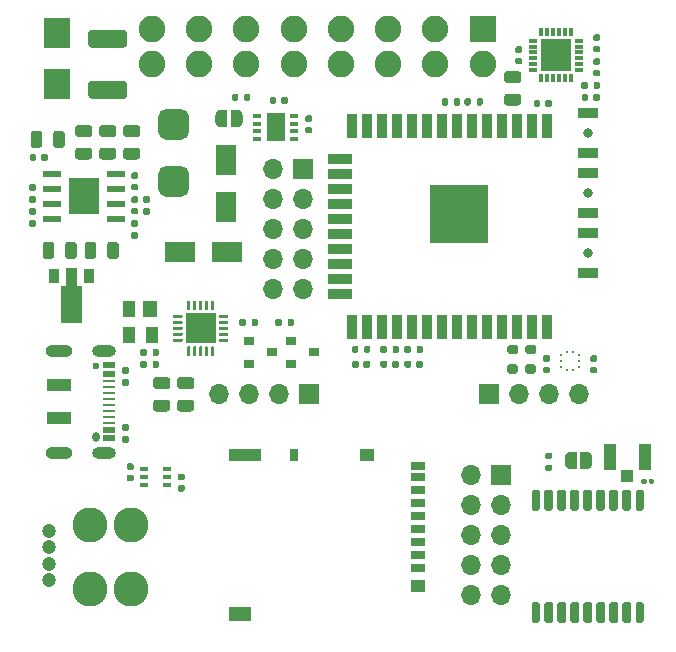
<source format=gts>
G04 #@! TF.GenerationSoftware,KiCad,Pcbnew,5.1.10*
G04 #@! TF.CreationDate,2021-05-11T19:26:58+02:00*
G04 #@! TF.ProjectId,obd32,6f626433-322e-46b6-9963-61645f706362,rev?*
G04 #@! TF.SameCoordinates,Original*
G04 #@! TF.FileFunction,Soldermask,Top*
G04 #@! TF.FilePolarity,Negative*
%FSLAX46Y46*%
G04 Gerber Fmt 4.6, Leading zero omitted, Abs format (unit mm)*
G04 Created by KiCad (PCBNEW 5.1.10) date 2021-05-11 19:26:58*
%MOMM*%
%LPD*%
G01*
G04 APERTURE LIST*
%ADD10R,2.500000X2.500000*%
%ADD11R,1.900000X1.300000*%
%ADD12R,2.800000X1.000000*%
%ADD13R,0.800000X1.000000*%
%ADD14R,1.200000X1.000000*%
%ADD15R,1.200000X0.700000*%
%ADD16C,2.250000*%
%ADD17R,2.250000X2.250000*%
%ADD18R,2.600000X3.100000*%
%ADD19R,1.550000X0.600000*%
%ADD20C,0.100000*%
%ADD21R,0.900000X1.300000*%
%ADD22R,0.900000X0.800000*%
%ADD23O,1.700000X1.700000*%
%ADD24R,1.700000X1.700000*%
%ADD25R,2.500000X1.800000*%
%ADD26R,1.800000X2.500000*%
%ADD27R,2.300000X2.500000*%
%ADD28R,2.000000X1.000000*%
%ADD29O,2.300000X1.000000*%
%ADD30O,0.600000X0.850000*%
%ADD31C,0.600000*%
%ADD32O,2.000000X1.000000*%
%ADD33R,1.000000X0.270000*%
%ADD34R,1.000000X0.520000*%
%ADD35R,1.000000X1.400000*%
%ADD36R,1.200000X1.400000*%
%ADD37R,0.254000X0.279400*%
%ADD38R,0.279400X0.254000*%
%ADD39R,1.041400X1.092200*%
%ADD40R,1.041400X2.260600*%
%ADD41R,0.900000X2.000000*%
%ADD42R,2.000000X0.900000*%
%ADD43R,5.000000X5.000000*%
%ADD44C,0.800000*%
%ADD45R,1.700000X0.900000*%
%ADD46C,2.970000*%
%ADD47C,1.200000*%
%ADD48R,0.650000X0.400000*%
%ADD49R,2.650000X2.750000*%
%ADD50R,0.800000X0.300000*%
%ADD51R,0.300000X0.800000*%
%ADD52R,1.550000X2.400000*%
%ADD53R,0.650000X0.350000*%
G04 APERTURE END LIST*
D10*
X211836000Y-88392000D03*
G36*
G01*
X213423500Y-87267000D02*
X214123500Y-87267000D01*
G75*
G02*
X214186000Y-87329500I0J-62500D01*
G01*
X214186000Y-87454500D01*
G75*
G02*
X214123500Y-87517000I-62500J0D01*
G01*
X213423500Y-87517000D01*
G75*
G02*
X213361000Y-87454500I0J62500D01*
G01*
X213361000Y-87329500D01*
G75*
G02*
X213423500Y-87267000I62500J0D01*
G01*
G37*
G36*
G01*
X213423500Y-87767000D02*
X214123500Y-87767000D01*
G75*
G02*
X214186000Y-87829500I0J-62500D01*
G01*
X214186000Y-87954500D01*
G75*
G02*
X214123500Y-88017000I-62500J0D01*
G01*
X213423500Y-88017000D01*
G75*
G02*
X213361000Y-87954500I0J62500D01*
G01*
X213361000Y-87829500D01*
G75*
G02*
X213423500Y-87767000I62500J0D01*
G01*
G37*
G36*
G01*
X213423500Y-88267000D02*
X214123500Y-88267000D01*
G75*
G02*
X214186000Y-88329500I0J-62500D01*
G01*
X214186000Y-88454500D01*
G75*
G02*
X214123500Y-88517000I-62500J0D01*
G01*
X213423500Y-88517000D01*
G75*
G02*
X213361000Y-88454500I0J62500D01*
G01*
X213361000Y-88329500D01*
G75*
G02*
X213423500Y-88267000I62500J0D01*
G01*
G37*
G36*
G01*
X213423500Y-88767000D02*
X214123500Y-88767000D01*
G75*
G02*
X214186000Y-88829500I0J-62500D01*
G01*
X214186000Y-88954500D01*
G75*
G02*
X214123500Y-89017000I-62500J0D01*
G01*
X213423500Y-89017000D01*
G75*
G02*
X213361000Y-88954500I0J62500D01*
G01*
X213361000Y-88829500D01*
G75*
G02*
X213423500Y-88767000I62500J0D01*
G01*
G37*
G36*
G01*
X213423500Y-89267000D02*
X214123500Y-89267000D01*
G75*
G02*
X214186000Y-89329500I0J-62500D01*
G01*
X214186000Y-89454500D01*
G75*
G02*
X214123500Y-89517000I-62500J0D01*
G01*
X213423500Y-89517000D01*
G75*
G02*
X213361000Y-89454500I0J62500D01*
G01*
X213361000Y-89329500D01*
G75*
G02*
X213423500Y-89267000I62500J0D01*
G01*
G37*
G36*
G01*
X212773500Y-89917000D02*
X212898500Y-89917000D01*
G75*
G02*
X212961000Y-89979500I0J-62500D01*
G01*
X212961000Y-90679500D01*
G75*
G02*
X212898500Y-90742000I-62500J0D01*
G01*
X212773500Y-90742000D01*
G75*
G02*
X212711000Y-90679500I0J62500D01*
G01*
X212711000Y-89979500D01*
G75*
G02*
X212773500Y-89917000I62500J0D01*
G01*
G37*
G36*
G01*
X212273500Y-89917000D02*
X212398500Y-89917000D01*
G75*
G02*
X212461000Y-89979500I0J-62500D01*
G01*
X212461000Y-90679500D01*
G75*
G02*
X212398500Y-90742000I-62500J0D01*
G01*
X212273500Y-90742000D01*
G75*
G02*
X212211000Y-90679500I0J62500D01*
G01*
X212211000Y-89979500D01*
G75*
G02*
X212273500Y-89917000I62500J0D01*
G01*
G37*
G36*
G01*
X211773500Y-89917000D02*
X211898500Y-89917000D01*
G75*
G02*
X211961000Y-89979500I0J-62500D01*
G01*
X211961000Y-90679500D01*
G75*
G02*
X211898500Y-90742000I-62500J0D01*
G01*
X211773500Y-90742000D01*
G75*
G02*
X211711000Y-90679500I0J62500D01*
G01*
X211711000Y-89979500D01*
G75*
G02*
X211773500Y-89917000I62500J0D01*
G01*
G37*
G36*
G01*
X211273500Y-89917000D02*
X211398500Y-89917000D01*
G75*
G02*
X211461000Y-89979500I0J-62500D01*
G01*
X211461000Y-90679500D01*
G75*
G02*
X211398500Y-90742000I-62500J0D01*
G01*
X211273500Y-90742000D01*
G75*
G02*
X211211000Y-90679500I0J62500D01*
G01*
X211211000Y-89979500D01*
G75*
G02*
X211273500Y-89917000I62500J0D01*
G01*
G37*
G36*
G01*
X210773500Y-89917000D02*
X210898500Y-89917000D01*
G75*
G02*
X210961000Y-89979500I0J-62500D01*
G01*
X210961000Y-90679500D01*
G75*
G02*
X210898500Y-90742000I-62500J0D01*
G01*
X210773500Y-90742000D01*
G75*
G02*
X210711000Y-90679500I0J62500D01*
G01*
X210711000Y-89979500D01*
G75*
G02*
X210773500Y-89917000I62500J0D01*
G01*
G37*
G36*
G01*
X209548500Y-89267000D02*
X210248500Y-89267000D01*
G75*
G02*
X210311000Y-89329500I0J-62500D01*
G01*
X210311000Y-89454500D01*
G75*
G02*
X210248500Y-89517000I-62500J0D01*
G01*
X209548500Y-89517000D01*
G75*
G02*
X209486000Y-89454500I0J62500D01*
G01*
X209486000Y-89329500D01*
G75*
G02*
X209548500Y-89267000I62500J0D01*
G01*
G37*
G36*
G01*
X209548500Y-88767000D02*
X210248500Y-88767000D01*
G75*
G02*
X210311000Y-88829500I0J-62500D01*
G01*
X210311000Y-88954500D01*
G75*
G02*
X210248500Y-89017000I-62500J0D01*
G01*
X209548500Y-89017000D01*
G75*
G02*
X209486000Y-88954500I0J62500D01*
G01*
X209486000Y-88829500D01*
G75*
G02*
X209548500Y-88767000I62500J0D01*
G01*
G37*
G36*
G01*
X209548500Y-88267000D02*
X210248500Y-88267000D01*
G75*
G02*
X210311000Y-88329500I0J-62500D01*
G01*
X210311000Y-88454500D01*
G75*
G02*
X210248500Y-88517000I-62500J0D01*
G01*
X209548500Y-88517000D01*
G75*
G02*
X209486000Y-88454500I0J62500D01*
G01*
X209486000Y-88329500D01*
G75*
G02*
X209548500Y-88267000I62500J0D01*
G01*
G37*
G36*
G01*
X209548500Y-87767000D02*
X210248500Y-87767000D01*
G75*
G02*
X210311000Y-87829500I0J-62500D01*
G01*
X210311000Y-87954500D01*
G75*
G02*
X210248500Y-88017000I-62500J0D01*
G01*
X209548500Y-88017000D01*
G75*
G02*
X209486000Y-87954500I0J62500D01*
G01*
X209486000Y-87829500D01*
G75*
G02*
X209548500Y-87767000I62500J0D01*
G01*
G37*
G36*
G01*
X209548500Y-87267000D02*
X210248500Y-87267000D01*
G75*
G02*
X210311000Y-87329500I0J-62500D01*
G01*
X210311000Y-87454500D01*
G75*
G02*
X210248500Y-87517000I-62500J0D01*
G01*
X209548500Y-87517000D01*
G75*
G02*
X209486000Y-87454500I0J62500D01*
G01*
X209486000Y-87329500D01*
G75*
G02*
X209548500Y-87267000I62500J0D01*
G01*
G37*
G36*
G01*
X210773500Y-86042000D02*
X210898500Y-86042000D01*
G75*
G02*
X210961000Y-86104500I0J-62500D01*
G01*
X210961000Y-86804500D01*
G75*
G02*
X210898500Y-86867000I-62500J0D01*
G01*
X210773500Y-86867000D01*
G75*
G02*
X210711000Y-86804500I0J62500D01*
G01*
X210711000Y-86104500D01*
G75*
G02*
X210773500Y-86042000I62500J0D01*
G01*
G37*
G36*
G01*
X211273500Y-86042000D02*
X211398500Y-86042000D01*
G75*
G02*
X211461000Y-86104500I0J-62500D01*
G01*
X211461000Y-86804500D01*
G75*
G02*
X211398500Y-86867000I-62500J0D01*
G01*
X211273500Y-86867000D01*
G75*
G02*
X211211000Y-86804500I0J62500D01*
G01*
X211211000Y-86104500D01*
G75*
G02*
X211273500Y-86042000I62500J0D01*
G01*
G37*
G36*
G01*
X211773500Y-86042000D02*
X211898500Y-86042000D01*
G75*
G02*
X211961000Y-86104500I0J-62500D01*
G01*
X211961000Y-86804500D01*
G75*
G02*
X211898500Y-86867000I-62500J0D01*
G01*
X211773500Y-86867000D01*
G75*
G02*
X211711000Y-86804500I0J62500D01*
G01*
X211711000Y-86104500D01*
G75*
G02*
X211773500Y-86042000I62500J0D01*
G01*
G37*
G36*
G01*
X212273500Y-86042000D02*
X212398500Y-86042000D01*
G75*
G02*
X212461000Y-86104500I0J-62500D01*
G01*
X212461000Y-86804500D01*
G75*
G02*
X212398500Y-86867000I-62500J0D01*
G01*
X212273500Y-86867000D01*
G75*
G02*
X212211000Y-86804500I0J62500D01*
G01*
X212211000Y-86104500D01*
G75*
G02*
X212273500Y-86042000I62500J0D01*
G01*
G37*
G36*
G01*
X212773500Y-86042000D02*
X212898500Y-86042000D01*
G75*
G02*
X212961000Y-86104500I0J-62500D01*
G01*
X212961000Y-86804500D01*
G75*
G02*
X212898500Y-86867000I-62500J0D01*
G01*
X212773500Y-86867000D01*
G75*
G02*
X212711000Y-86804500I0J62500D01*
G01*
X212711000Y-86104500D01*
G75*
G02*
X212773500Y-86042000I62500J0D01*
G01*
G37*
G36*
G01*
X205362000Y-64615000D02*
X202562000Y-64615000D01*
G75*
G02*
X202312000Y-64365000I0J250000D01*
G01*
X202312000Y-63390000D01*
G75*
G02*
X202562000Y-63140000I250000J0D01*
G01*
X205362000Y-63140000D01*
G75*
G02*
X205612000Y-63390000I0J-250000D01*
G01*
X205612000Y-64365000D01*
G75*
G02*
X205362000Y-64615000I-250000J0D01*
G01*
G37*
G36*
G01*
X205362000Y-68940000D02*
X202562000Y-68940000D01*
G75*
G02*
X202312000Y-68690000I0J250000D01*
G01*
X202312000Y-67715000D01*
G75*
G02*
X202562000Y-67465000I250000J0D01*
G01*
X205362000Y-67465000D01*
G75*
G02*
X205612000Y-67715000I0J-250000D01*
G01*
X205612000Y-68690000D01*
G75*
G02*
X205362000Y-68940000I-250000J0D01*
G01*
G37*
D11*
X215129000Y-112593000D03*
D12*
X215579000Y-99093000D03*
D13*
X219729000Y-99093000D03*
D14*
X225929000Y-99093000D03*
X230229000Y-110243000D03*
D15*
X230229000Y-102093000D03*
X230229000Y-103193000D03*
X230229000Y-104293000D03*
X230229000Y-105393000D03*
X230229000Y-106493000D03*
X230229000Y-107593000D03*
X230229000Y-108693000D03*
X230229000Y-100993000D03*
X230229000Y-100043000D03*
D16*
X207710000Y-66040000D03*
X211710000Y-66040000D03*
X215710000Y-66040000D03*
X219710000Y-66040000D03*
X223710000Y-66040000D03*
X227710000Y-66040000D03*
X231710000Y-66040000D03*
X235710000Y-66040000D03*
X207710000Y-63040000D03*
X211710000Y-63040000D03*
X215710000Y-63040000D03*
X219710000Y-63040000D03*
X223710000Y-63040000D03*
X227710000Y-63040000D03*
X231710000Y-63040000D03*
D17*
X235710000Y-63040000D03*
G36*
G01*
X208900000Y-74646000D02*
X210200000Y-74646000D01*
G75*
G02*
X210850000Y-75296000I0J-650000D01*
G01*
X210850000Y-76596000D01*
G75*
G02*
X210200000Y-77246000I-650000J0D01*
G01*
X208900000Y-77246000D01*
G75*
G02*
X208250000Y-76596000I0J650000D01*
G01*
X208250000Y-75296000D01*
G75*
G02*
X208900000Y-74646000I650000J0D01*
G01*
G37*
G36*
G01*
X208900000Y-69820000D02*
X210200000Y-69820000D01*
G75*
G02*
X210850000Y-70470000I0J-650000D01*
G01*
X210850000Y-71770000D01*
G75*
G02*
X210200000Y-72420000I-650000J0D01*
G01*
X208900000Y-72420000D01*
G75*
G02*
X208250000Y-71770000I0J650000D01*
G01*
X208250000Y-70470000D01*
G75*
G02*
X208900000Y-69820000I650000J0D01*
G01*
G37*
G36*
G01*
X206418000Y-75746000D02*
X206078000Y-75746000D01*
G75*
G02*
X205938000Y-75606000I0J140000D01*
G01*
X205938000Y-75326000D01*
G75*
G02*
X206078000Y-75186000I140000J0D01*
G01*
X206418000Y-75186000D01*
G75*
G02*
X206558000Y-75326000I0J-140000D01*
G01*
X206558000Y-75606000D01*
G75*
G02*
X206418000Y-75746000I-140000J0D01*
G01*
G37*
G36*
G01*
X206418000Y-76706000D02*
X206078000Y-76706000D01*
G75*
G02*
X205938000Y-76566000I0J140000D01*
G01*
X205938000Y-76286000D01*
G75*
G02*
X206078000Y-76146000I140000J0D01*
G01*
X206418000Y-76146000D01*
G75*
G02*
X206558000Y-76286000I0J-140000D01*
G01*
X206558000Y-76566000D01*
G75*
G02*
X206418000Y-76706000I-140000J0D01*
G01*
G37*
D18*
X201930000Y-77216000D03*
D19*
X204630000Y-75311000D03*
X204630000Y-76581000D03*
X204630000Y-77851000D03*
X204630000Y-79121000D03*
X199230000Y-79121000D03*
X199230000Y-77851000D03*
X199230000Y-76581000D03*
X199230000Y-75311000D03*
D20*
G36*
X200047500Y-87898000D02*
G01*
X200047500Y-84773000D01*
X200464000Y-84773000D01*
X200464000Y-83298000D01*
X201364000Y-83298000D01*
X201364000Y-84773000D01*
X201780500Y-84773000D01*
X201780500Y-87898000D01*
X200047500Y-87898000D01*
G37*
D21*
X199414000Y-83948000D03*
X202414000Y-83948000D03*
G36*
G01*
X218708000Y-87699000D02*
X218708000Y-88069000D01*
G75*
G02*
X218573000Y-88204000I-135000J0D01*
G01*
X218303000Y-88204000D01*
G75*
G02*
X218168000Y-88069000I0J135000D01*
G01*
X218168000Y-87699000D01*
G75*
G02*
X218303000Y-87564000I135000J0D01*
G01*
X218573000Y-87564000D01*
G75*
G02*
X218708000Y-87699000I0J-135000D01*
G01*
G37*
G36*
G01*
X219728000Y-87699000D02*
X219728000Y-88069000D01*
G75*
G02*
X219593000Y-88204000I-135000J0D01*
G01*
X219323000Y-88204000D01*
G75*
G02*
X219188000Y-88069000I0J135000D01*
G01*
X219188000Y-87699000D01*
G75*
G02*
X219323000Y-87564000I135000J0D01*
G01*
X219593000Y-87564000D01*
G75*
G02*
X219728000Y-87699000I0J-135000D01*
G01*
G37*
G36*
G01*
X216140000Y-88069000D02*
X216140000Y-87699000D01*
G75*
G02*
X216275000Y-87564000I135000J0D01*
G01*
X216545000Y-87564000D01*
G75*
G02*
X216680000Y-87699000I0J-135000D01*
G01*
X216680000Y-88069000D01*
G75*
G02*
X216545000Y-88204000I-135000J0D01*
G01*
X216275000Y-88204000D01*
G75*
G02*
X216140000Y-88069000I0J135000D01*
G01*
G37*
G36*
G01*
X215120000Y-88069000D02*
X215120000Y-87699000D01*
G75*
G02*
X215255000Y-87564000I135000J0D01*
G01*
X215525000Y-87564000D01*
G75*
G02*
X215660000Y-87699000I0J-135000D01*
G01*
X215660000Y-88069000D01*
G75*
G02*
X215525000Y-88204000I-135000J0D01*
G01*
X215255000Y-88204000D01*
G75*
G02*
X215120000Y-88069000I0J135000D01*
G01*
G37*
G36*
G01*
X206433000Y-79770000D02*
X206063000Y-79770000D01*
G75*
G02*
X205928000Y-79635000I0J135000D01*
G01*
X205928000Y-79365000D01*
G75*
G02*
X206063000Y-79230000I135000J0D01*
G01*
X206433000Y-79230000D01*
G75*
G02*
X206568000Y-79365000I0J-135000D01*
G01*
X206568000Y-79635000D01*
G75*
G02*
X206433000Y-79770000I-135000J0D01*
G01*
G37*
G36*
G01*
X206433000Y-80790000D02*
X206063000Y-80790000D01*
G75*
G02*
X205928000Y-80655000I0J135000D01*
G01*
X205928000Y-80385000D01*
G75*
G02*
X206063000Y-80250000I135000J0D01*
G01*
X206433000Y-80250000D01*
G75*
G02*
X206568000Y-80385000I0J-135000D01*
G01*
X206568000Y-80655000D01*
G75*
G02*
X206433000Y-80790000I-135000J0D01*
G01*
G37*
G36*
G01*
X207449000Y-77738000D02*
X207079000Y-77738000D01*
G75*
G02*
X206944000Y-77603000I0J135000D01*
G01*
X206944000Y-77333000D01*
G75*
G02*
X207079000Y-77198000I135000J0D01*
G01*
X207449000Y-77198000D01*
G75*
G02*
X207584000Y-77333000I0J-135000D01*
G01*
X207584000Y-77603000D01*
G75*
G02*
X207449000Y-77738000I-135000J0D01*
G01*
G37*
G36*
G01*
X207449000Y-78758000D02*
X207079000Y-78758000D01*
G75*
G02*
X206944000Y-78623000I0J135000D01*
G01*
X206944000Y-78353000D01*
G75*
G02*
X207079000Y-78218000I135000J0D01*
G01*
X207449000Y-78218000D01*
G75*
G02*
X207584000Y-78353000I0J-135000D01*
G01*
X207584000Y-78623000D01*
G75*
G02*
X207449000Y-78758000I-135000J0D01*
G01*
G37*
G36*
G01*
X197427000Y-79234000D02*
X197797000Y-79234000D01*
G75*
G02*
X197932000Y-79369000I0J-135000D01*
G01*
X197932000Y-79639000D01*
G75*
G02*
X197797000Y-79774000I-135000J0D01*
G01*
X197427000Y-79774000D01*
G75*
G02*
X197292000Y-79639000I0J135000D01*
G01*
X197292000Y-79369000D01*
G75*
G02*
X197427000Y-79234000I135000J0D01*
G01*
G37*
G36*
G01*
X197427000Y-78214000D02*
X197797000Y-78214000D01*
G75*
G02*
X197932000Y-78349000I0J-135000D01*
G01*
X197932000Y-78619000D01*
G75*
G02*
X197797000Y-78754000I-135000J0D01*
G01*
X197427000Y-78754000D01*
G75*
G02*
X197292000Y-78619000I0J135000D01*
G01*
X197292000Y-78349000D01*
G75*
G02*
X197427000Y-78214000I135000J0D01*
G01*
G37*
G36*
G01*
X197797000Y-76722000D02*
X197427000Y-76722000D01*
G75*
G02*
X197292000Y-76587000I0J135000D01*
G01*
X197292000Y-76317000D01*
G75*
G02*
X197427000Y-76182000I135000J0D01*
G01*
X197797000Y-76182000D01*
G75*
G02*
X197932000Y-76317000I0J-135000D01*
G01*
X197932000Y-76587000D01*
G75*
G02*
X197797000Y-76722000I-135000J0D01*
G01*
G37*
G36*
G01*
X197797000Y-77742000D02*
X197427000Y-77742000D01*
G75*
G02*
X197292000Y-77607000I0J135000D01*
G01*
X197292000Y-77337000D01*
G75*
G02*
X197427000Y-77202000I135000J0D01*
G01*
X197797000Y-77202000D01*
G75*
G02*
X197932000Y-77337000I0J-135000D01*
G01*
X197932000Y-77607000D01*
G75*
G02*
X197797000Y-77742000I-135000J0D01*
G01*
G37*
D22*
X221472000Y-90424000D03*
X219472000Y-91374000D03*
X219472000Y-89474000D03*
X217916000Y-90424000D03*
X215916000Y-91374000D03*
X215916000Y-89474000D03*
D23*
X213360000Y-93980000D03*
X215900000Y-93980000D03*
X218440000Y-93980000D03*
D24*
X220980000Y-93980000D03*
D23*
X243840000Y-93980000D03*
X241300000Y-93980000D03*
X238760000Y-93980000D03*
D24*
X236220000Y-93980000D03*
D25*
X210090000Y-81915000D03*
X214090000Y-81915000D03*
D26*
X213995000Y-74105000D03*
X213995000Y-78105000D03*
D27*
X199644000Y-63382000D03*
X199644000Y-67682000D03*
G36*
G01*
X205519000Y-73094000D02*
X206469000Y-73094000D01*
G75*
G02*
X206719000Y-73344000I0J-250000D01*
G01*
X206719000Y-73844000D01*
G75*
G02*
X206469000Y-74094000I-250000J0D01*
G01*
X205519000Y-74094000D01*
G75*
G02*
X205269000Y-73844000I0J250000D01*
G01*
X205269000Y-73344000D01*
G75*
G02*
X205519000Y-73094000I250000J0D01*
G01*
G37*
G36*
G01*
X205519000Y-71194000D02*
X206469000Y-71194000D01*
G75*
G02*
X206719000Y-71444000I0J-250000D01*
G01*
X206719000Y-71944000D01*
G75*
G02*
X206469000Y-72194000I-250000J0D01*
G01*
X205519000Y-72194000D01*
G75*
G02*
X205269000Y-71944000I0J250000D01*
G01*
X205269000Y-71444000D01*
G75*
G02*
X205519000Y-71194000I250000J0D01*
G01*
G37*
G36*
G01*
X203487000Y-73094000D02*
X204437000Y-73094000D01*
G75*
G02*
X204687000Y-73344000I0J-250000D01*
G01*
X204687000Y-73844000D01*
G75*
G02*
X204437000Y-74094000I-250000J0D01*
G01*
X203487000Y-74094000D01*
G75*
G02*
X203237000Y-73844000I0J250000D01*
G01*
X203237000Y-73344000D01*
G75*
G02*
X203487000Y-73094000I250000J0D01*
G01*
G37*
G36*
G01*
X203487000Y-71194000D02*
X204437000Y-71194000D01*
G75*
G02*
X204687000Y-71444000I0J-250000D01*
G01*
X204687000Y-71944000D01*
G75*
G02*
X204437000Y-72194000I-250000J0D01*
G01*
X203487000Y-72194000D01*
G75*
G02*
X203237000Y-71944000I0J250000D01*
G01*
X203237000Y-71444000D01*
G75*
G02*
X203487000Y-71194000I250000J0D01*
G01*
G37*
G36*
G01*
X201455000Y-73094000D02*
X202405000Y-73094000D01*
G75*
G02*
X202655000Y-73344000I0J-250000D01*
G01*
X202655000Y-73844000D01*
G75*
G02*
X202405000Y-74094000I-250000J0D01*
G01*
X201455000Y-74094000D01*
G75*
G02*
X201205000Y-73844000I0J250000D01*
G01*
X201205000Y-73344000D01*
G75*
G02*
X201455000Y-73094000I250000J0D01*
G01*
G37*
G36*
G01*
X201455000Y-71194000D02*
X202405000Y-71194000D01*
G75*
G02*
X202655000Y-71444000I0J-250000D01*
G01*
X202655000Y-71944000D01*
G75*
G02*
X202405000Y-72194000I-250000J0D01*
G01*
X201455000Y-72194000D01*
G75*
G02*
X201205000Y-71944000I0J250000D01*
G01*
X201205000Y-71444000D01*
G75*
G02*
X201455000Y-71194000I250000J0D01*
G01*
G37*
G36*
G01*
X206078000Y-78178000D02*
X206418000Y-78178000D01*
G75*
G02*
X206558000Y-78318000I0J-140000D01*
G01*
X206558000Y-78598000D01*
G75*
G02*
X206418000Y-78738000I-140000J0D01*
G01*
X206078000Y-78738000D01*
G75*
G02*
X205938000Y-78598000I0J140000D01*
G01*
X205938000Y-78318000D01*
G75*
G02*
X206078000Y-78178000I140000J0D01*
G01*
G37*
G36*
G01*
X206078000Y-77218000D02*
X206418000Y-77218000D01*
G75*
G02*
X206558000Y-77358000I0J-140000D01*
G01*
X206558000Y-77638000D01*
G75*
G02*
X206418000Y-77778000I-140000J0D01*
G01*
X206078000Y-77778000D01*
G75*
G02*
X205938000Y-77638000I0J140000D01*
G01*
X205938000Y-77358000D01*
G75*
G02*
X206078000Y-77218000I140000J0D01*
G01*
G37*
G36*
G01*
X198320000Y-74084000D02*
X198320000Y-73744000D01*
G75*
G02*
X198460000Y-73604000I140000J0D01*
G01*
X198740000Y-73604000D01*
G75*
G02*
X198880000Y-73744000I0J-140000D01*
G01*
X198880000Y-74084000D01*
G75*
G02*
X198740000Y-74224000I-140000J0D01*
G01*
X198460000Y-74224000D01*
G75*
G02*
X198320000Y-74084000I0J140000D01*
G01*
G37*
G36*
G01*
X197360000Y-74084000D02*
X197360000Y-73744000D01*
G75*
G02*
X197500000Y-73604000I140000J0D01*
G01*
X197780000Y-73604000D01*
G75*
G02*
X197920000Y-73744000I0J-140000D01*
G01*
X197920000Y-74084000D01*
G75*
G02*
X197780000Y-74224000I-140000J0D01*
G01*
X197500000Y-74224000D01*
G75*
G02*
X197360000Y-74084000I0J140000D01*
G01*
G37*
G36*
G01*
X199332000Y-72865000D02*
X199332000Y-71915000D01*
G75*
G02*
X199582000Y-71665000I250000J0D01*
G01*
X200082000Y-71665000D01*
G75*
G02*
X200332000Y-71915000I0J-250000D01*
G01*
X200332000Y-72865000D01*
G75*
G02*
X200082000Y-73115000I-250000J0D01*
G01*
X199582000Y-73115000D01*
G75*
G02*
X199332000Y-72865000I0J250000D01*
G01*
G37*
G36*
G01*
X197432000Y-72865000D02*
X197432000Y-71915000D01*
G75*
G02*
X197682000Y-71665000I250000J0D01*
G01*
X198182000Y-71665000D01*
G75*
G02*
X198432000Y-71915000I0J-250000D01*
G01*
X198432000Y-72865000D01*
G75*
G02*
X198182000Y-73115000I-250000J0D01*
G01*
X197682000Y-73115000D01*
G75*
G02*
X197432000Y-72865000I0J250000D01*
G01*
G37*
G36*
G01*
X203004000Y-81313000D02*
X203004000Y-82263000D01*
G75*
G02*
X202754000Y-82513000I-250000J0D01*
G01*
X202254000Y-82513000D01*
G75*
G02*
X202004000Y-82263000I0J250000D01*
G01*
X202004000Y-81313000D01*
G75*
G02*
X202254000Y-81063000I250000J0D01*
G01*
X202754000Y-81063000D01*
G75*
G02*
X203004000Y-81313000I0J-250000D01*
G01*
G37*
G36*
G01*
X204904000Y-81313000D02*
X204904000Y-82263000D01*
G75*
G02*
X204654000Y-82513000I-250000J0D01*
G01*
X204154000Y-82513000D01*
G75*
G02*
X203904000Y-82263000I0J250000D01*
G01*
X203904000Y-81313000D01*
G75*
G02*
X204154000Y-81063000I250000J0D01*
G01*
X204654000Y-81063000D01*
G75*
G02*
X204904000Y-81313000I0J-250000D01*
G01*
G37*
G36*
G01*
X200348000Y-82263000D02*
X200348000Y-81313000D01*
G75*
G02*
X200598000Y-81063000I250000J0D01*
G01*
X201098000Y-81063000D01*
G75*
G02*
X201348000Y-81313000I0J-250000D01*
G01*
X201348000Y-82263000D01*
G75*
G02*
X201098000Y-82513000I-250000J0D01*
G01*
X200598000Y-82513000D01*
G75*
G02*
X200348000Y-82263000I0J250000D01*
G01*
G37*
G36*
G01*
X198448000Y-82263000D02*
X198448000Y-81313000D01*
G75*
G02*
X198698000Y-81063000I250000J0D01*
G01*
X199198000Y-81063000D01*
G75*
G02*
X199448000Y-81313000I0J-250000D01*
G01*
X199448000Y-82263000D01*
G75*
G02*
X199198000Y-82513000I-250000J0D01*
G01*
X198698000Y-82513000D01*
G75*
G02*
X198448000Y-82263000I0J250000D01*
G01*
G37*
G36*
G01*
X208059000Y-94430000D02*
X209009000Y-94430000D01*
G75*
G02*
X209259000Y-94680000I0J-250000D01*
G01*
X209259000Y-95180000D01*
G75*
G02*
X209009000Y-95430000I-250000J0D01*
G01*
X208059000Y-95430000D01*
G75*
G02*
X207809000Y-95180000I0J250000D01*
G01*
X207809000Y-94680000D01*
G75*
G02*
X208059000Y-94430000I250000J0D01*
G01*
G37*
G36*
G01*
X208059000Y-92530000D02*
X209009000Y-92530000D01*
G75*
G02*
X209259000Y-92780000I0J-250000D01*
G01*
X209259000Y-93280000D01*
G75*
G02*
X209009000Y-93530000I-250000J0D01*
G01*
X208059000Y-93530000D01*
G75*
G02*
X207809000Y-93280000I0J250000D01*
G01*
X207809000Y-92780000D01*
G75*
G02*
X208059000Y-92530000I250000J0D01*
G01*
G37*
G36*
G01*
X211041000Y-93530000D02*
X210091000Y-93530000D01*
G75*
G02*
X209841000Y-93280000I0J250000D01*
G01*
X209841000Y-92780000D01*
G75*
G02*
X210091000Y-92530000I250000J0D01*
G01*
X211041000Y-92530000D01*
G75*
G02*
X211291000Y-92780000I0J-250000D01*
G01*
X211291000Y-93280000D01*
G75*
G02*
X211041000Y-93530000I-250000J0D01*
G01*
G37*
G36*
G01*
X211041000Y-95430000D02*
X210091000Y-95430000D01*
G75*
G02*
X209841000Y-95180000I0J250000D01*
G01*
X209841000Y-94680000D01*
G75*
G02*
X210091000Y-94430000I250000J0D01*
G01*
X211041000Y-94430000D01*
G75*
G02*
X211291000Y-94680000I0J-250000D01*
G01*
X211291000Y-95180000D01*
G75*
G02*
X211041000Y-95430000I-250000J0D01*
G01*
G37*
G36*
G01*
X240051000Y-90570500D02*
X239501000Y-90570500D01*
G75*
G02*
X239301000Y-90370500I0J200000D01*
G01*
X239301000Y-89970500D01*
G75*
G02*
X239501000Y-89770500I200000J0D01*
G01*
X240051000Y-89770500D01*
G75*
G02*
X240251000Y-89970500I0J-200000D01*
G01*
X240251000Y-90370500D01*
G75*
G02*
X240051000Y-90570500I-200000J0D01*
G01*
G37*
G36*
G01*
X240051000Y-92220500D02*
X239501000Y-92220500D01*
G75*
G02*
X239301000Y-92020500I0J200000D01*
G01*
X239301000Y-91620500D01*
G75*
G02*
X239501000Y-91420500I200000J0D01*
G01*
X240051000Y-91420500D01*
G75*
G02*
X240251000Y-91620500I0J-200000D01*
G01*
X240251000Y-92020500D01*
G75*
G02*
X240051000Y-92220500I-200000J0D01*
G01*
G37*
G36*
G01*
X237977000Y-91420500D02*
X238527000Y-91420500D01*
G75*
G02*
X238727000Y-91620500I0J-200000D01*
G01*
X238727000Y-92020500D01*
G75*
G02*
X238527000Y-92220500I-200000J0D01*
G01*
X237977000Y-92220500D01*
G75*
G02*
X237777000Y-92020500I0J200000D01*
G01*
X237777000Y-91620500D01*
G75*
G02*
X237977000Y-91420500I200000J0D01*
G01*
G37*
G36*
G01*
X237977000Y-89770500D02*
X238527000Y-89770500D01*
G75*
G02*
X238727000Y-89970500I0J-200000D01*
G01*
X238727000Y-90370500D01*
G75*
G02*
X238527000Y-90570500I-200000J0D01*
G01*
X237977000Y-90570500D01*
G75*
G02*
X237777000Y-90370500I0J200000D01*
G01*
X237777000Y-89970500D01*
G75*
G02*
X237977000Y-89770500I200000J0D01*
G01*
G37*
G36*
G01*
X207758000Y-90609000D02*
X207758000Y-90239000D01*
G75*
G02*
X207893000Y-90104000I135000J0D01*
G01*
X208163000Y-90104000D01*
G75*
G02*
X208298000Y-90239000I0J-135000D01*
G01*
X208298000Y-90609000D01*
G75*
G02*
X208163000Y-90744000I-135000J0D01*
G01*
X207893000Y-90744000D01*
G75*
G02*
X207758000Y-90609000I0J135000D01*
G01*
G37*
G36*
G01*
X206738000Y-90609000D02*
X206738000Y-90239000D01*
G75*
G02*
X206873000Y-90104000I135000J0D01*
G01*
X207143000Y-90104000D01*
G75*
G02*
X207278000Y-90239000I0J-135000D01*
G01*
X207278000Y-90609000D01*
G75*
G02*
X207143000Y-90744000I-135000J0D01*
G01*
X206873000Y-90744000D01*
G75*
G02*
X206738000Y-90609000I0J135000D01*
G01*
G37*
G36*
G01*
X207758000Y-91625000D02*
X207758000Y-91255000D01*
G75*
G02*
X207893000Y-91120000I135000J0D01*
G01*
X208163000Y-91120000D01*
G75*
G02*
X208298000Y-91255000I0J-135000D01*
G01*
X208298000Y-91625000D01*
G75*
G02*
X208163000Y-91760000I-135000J0D01*
G01*
X207893000Y-91760000D01*
G75*
G02*
X207758000Y-91625000I0J135000D01*
G01*
G37*
G36*
G01*
X206738000Y-91625000D02*
X206738000Y-91255000D01*
G75*
G02*
X206873000Y-91120000I135000J0D01*
G01*
X207143000Y-91120000D01*
G75*
G02*
X207278000Y-91255000I0J-135000D01*
G01*
X207278000Y-91625000D01*
G75*
G02*
X207143000Y-91760000I-135000J0D01*
G01*
X206873000Y-91760000D01*
G75*
G02*
X206738000Y-91625000I0J135000D01*
G01*
G37*
G36*
G01*
X205301000Y-97522000D02*
X205671000Y-97522000D01*
G75*
G02*
X205806000Y-97657000I0J-135000D01*
G01*
X205806000Y-97927000D01*
G75*
G02*
X205671000Y-98062000I-135000J0D01*
G01*
X205301000Y-98062000D01*
G75*
G02*
X205166000Y-97927000I0J135000D01*
G01*
X205166000Y-97657000D01*
G75*
G02*
X205301000Y-97522000I135000J0D01*
G01*
G37*
G36*
G01*
X205301000Y-96502000D02*
X205671000Y-96502000D01*
G75*
G02*
X205806000Y-96637000I0J-135000D01*
G01*
X205806000Y-96907000D01*
G75*
G02*
X205671000Y-97042000I-135000J0D01*
G01*
X205301000Y-97042000D01*
G75*
G02*
X205166000Y-96907000I0J135000D01*
G01*
X205166000Y-96637000D01*
G75*
G02*
X205301000Y-96502000I135000J0D01*
G01*
G37*
G36*
G01*
X205301000Y-92696000D02*
X205671000Y-92696000D01*
G75*
G02*
X205806000Y-92831000I0J-135000D01*
G01*
X205806000Y-93101000D01*
G75*
G02*
X205671000Y-93236000I-135000J0D01*
G01*
X205301000Y-93236000D01*
G75*
G02*
X205166000Y-93101000I0J135000D01*
G01*
X205166000Y-92831000D01*
G75*
G02*
X205301000Y-92696000I135000J0D01*
G01*
G37*
G36*
G01*
X205301000Y-91676000D02*
X205671000Y-91676000D01*
G75*
G02*
X205806000Y-91811000I0J-135000D01*
G01*
X205806000Y-92081000D01*
G75*
G02*
X205671000Y-92216000I-135000J0D01*
G01*
X205301000Y-92216000D01*
G75*
G02*
X205166000Y-92081000I0J135000D01*
G01*
X205166000Y-91811000D01*
G75*
G02*
X205301000Y-91676000I135000J0D01*
G01*
G37*
D28*
X199838500Y-93215000D03*
X199838500Y-96015000D03*
D29*
X199838500Y-98935000D03*
D30*
X202938500Y-97615000D03*
D29*
X199838500Y-90295000D03*
D31*
X202938500Y-91615000D03*
D32*
X203663500Y-90295000D03*
X203663500Y-98935000D03*
D33*
X204038500Y-94365000D03*
X204038500Y-96365000D03*
X204038500Y-95865000D03*
X204038500Y-95365000D03*
X204038500Y-94865000D03*
X204038500Y-93865000D03*
X204038500Y-93365000D03*
X204038500Y-92865000D03*
D34*
X204038500Y-97715000D03*
X204038500Y-96965000D03*
X204038500Y-92265000D03*
X204038500Y-91515000D03*
X204038500Y-91515000D03*
X204038500Y-92265000D03*
X204038500Y-96965000D03*
X204038500Y-97715000D03*
D35*
X207706000Y-88984000D03*
X205806000Y-88984000D03*
X205806000Y-86784000D03*
D36*
X207526000Y-86784000D03*
G36*
G01*
X241115000Y-99935000D02*
X241485000Y-99935000D01*
G75*
G02*
X241620000Y-100070000I0J-135000D01*
G01*
X241620000Y-100340000D01*
G75*
G02*
X241485000Y-100475000I-135000J0D01*
G01*
X241115000Y-100475000D01*
G75*
G02*
X240980000Y-100340000I0J135000D01*
G01*
X240980000Y-100070000D01*
G75*
G02*
X241115000Y-99935000I135000J0D01*
G01*
G37*
G36*
G01*
X241115000Y-98915000D02*
X241485000Y-98915000D01*
G75*
G02*
X241620000Y-99050000I0J-135000D01*
G01*
X241620000Y-99320000D01*
G75*
G02*
X241485000Y-99455000I-135000J0D01*
G01*
X241115000Y-99455000D01*
G75*
G02*
X240980000Y-99320000I0J135000D01*
G01*
X240980000Y-99050000D01*
G75*
G02*
X241115000Y-98915000I135000J0D01*
G01*
G37*
G36*
G01*
X215025000Y-68649000D02*
X215025000Y-69019000D01*
G75*
G02*
X214890000Y-69154000I-135000J0D01*
G01*
X214620000Y-69154000D01*
G75*
G02*
X214485000Y-69019000I0J135000D01*
G01*
X214485000Y-68649000D01*
G75*
G02*
X214620000Y-68514000I135000J0D01*
G01*
X214890000Y-68514000D01*
G75*
G02*
X215025000Y-68649000I0J-135000D01*
G01*
G37*
G36*
G01*
X216045000Y-68649000D02*
X216045000Y-69019000D01*
G75*
G02*
X215910000Y-69154000I-135000J0D01*
G01*
X215640000Y-69154000D01*
G75*
G02*
X215505000Y-69019000I0J135000D01*
G01*
X215505000Y-68649000D01*
G75*
G02*
X215640000Y-68514000I135000J0D01*
G01*
X215910000Y-68514000D01*
G75*
G02*
X216045000Y-68649000I0J-135000D01*
G01*
G37*
G36*
G01*
X234170000Y-69400000D02*
X234170000Y-69030000D01*
G75*
G02*
X234305000Y-68895000I135000J0D01*
G01*
X234575000Y-68895000D01*
G75*
G02*
X234710000Y-69030000I0J-135000D01*
G01*
X234710000Y-69400000D01*
G75*
G02*
X234575000Y-69535000I-135000J0D01*
G01*
X234305000Y-69535000D01*
G75*
G02*
X234170000Y-69400000I0J135000D01*
G01*
G37*
G36*
G01*
X235190000Y-69400000D02*
X235190000Y-69030000D01*
G75*
G02*
X235325000Y-68895000I135000J0D01*
G01*
X235595000Y-68895000D01*
G75*
G02*
X235730000Y-69030000I0J-135000D01*
G01*
X235730000Y-69400000D01*
G75*
G02*
X235595000Y-69535000I-135000J0D01*
G01*
X235325000Y-69535000D01*
G75*
G02*
X235190000Y-69400000I0J135000D01*
G01*
G37*
G36*
G01*
X232265000Y-69400000D02*
X232265000Y-69030000D01*
G75*
G02*
X232400000Y-68895000I135000J0D01*
G01*
X232670000Y-68895000D01*
G75*
G02*
X232805000Y-69030000I0J-135000D01*
G01*
X232805000Y-69400000D01*
G75*
G02*
X232670000Y-69535000I-135000J0D01*
G01*
X232400000Y-69535000D01*
G75*
G02*
X232265000Y-69400000I0J135000D01*
G01*
G37*
G36*
G01*
X233285000Y-69400000D02*
X233285000Y-69030000D01*
G75*
G02*
X233420000Y-68895000I135000J0D01*
G01*
X233690000Y-68895000D01*
G75*
G02*
X233825000Y-69030000I0J-135000D01*
G01*
X233825000Y-69400000D01*
G75*
G02*
X233690000Y-69535000I-135000J0D01*
G01*
X233420000Y-69535000D01*
G75*
G02*
X233285000Y-69400000I0J135000D01*
G01*
G37*
G36*
G01*
X229630000Y-89985000D02*
X229630000Y-90355000D01*
G75*
G02*
X229495000Y-90490000I-135000J0D01*
G01*
X229225000Y-90490000D01*
G75*
G02*
X229090000Y-90355000I0J135000D01*
G01*
X229090000Y-89985000D01*
G75*
G02*
X229225000Y-89850000I135000J0D01*
G01*
X229495000Y-89850000D01*
G75*
G02*
X229630000Y-89985000I0J-135000D01*
G01*
G37*
G36*
G01*
X230650000Y-89985000D02*
X230650000Y-90355000D01*
G75*
G02*
X230515000Y-90490000I-135000J0D01*
G01*
X230245000Y-90490000D01*
G75*
G02*
X230110000Y-90355000I0J135000D01*
G01*
X230110000Y-89985000D01*
G75*
G02*
X230245000Y-89850000I135000J0D01*
G01*
X230515000Y-89850000D01*
G75*
G02*
X230650000Y-89985000I0J-135000D01*
G01*
G37*
G36*
G01*
X227598000Y-89985000D02*
X227598000Y-90355000D01*
G75*
G02*
X227463000Y-90490000I-135000J0D01*
G01*
X227193000Y-90490000D01*
G75*
G02*
X227058000Y-90355000I0J135000D01*
G01*
X227058000Y-89985000D01*
G75*
G02*
X227193000Y-89850000I135000J0D01*
G01*
X227463000Y-89850000D01*
G75*
G02*
X227598000Y-89985000I0J-135000D01*
G01*
G37*
G36*
G01*
X228618000Y-89985000D02*
X228618000Y-90355000D01*
G75*
G02*
X228483000Y-90490000I-135000J0D01*
G01*
X228213000Y-90490000D01*
G75*
G02*
X228078000Y-90355000I0J135000D01*
G01*
X228078000Y-89985000D01*
G75*
G02*
X228213000Y-89850000I135000J0D01*
G01*
X228483000Y-89850000D01*
G75*
G02*
X228618000Y-89985000I0J-135000D01*
G01*
G37*
G36*
G01*
X225185000Y-89985000D02*
X225185000Y-90355000D01*
G75*
G02*
X225050000Y-90490000I-135000J0D01*
G01*
X224780000Y-90490000D01*
G75*
G02*
X224645000Y-90355000I0J135000D01*
G01*
X224645000Y-89985000D01*
G75*
G02*
X224780000Y-89850000I135000J0D01*
G01*
X225050000Y-89850000D01*
G75*
G02*
X225185000Y-89985000I0J-135000D01*
G01*
G37*
G36*
G01*
X226205000Y-89985000D02*
X226205000Y-90355000D01*
G75*
G02*
X226070000Y-90490000I-135000J0D01*
G01*
X225800000Y-90490000D01*
G75*
G02*
X225665000Y-90355000I0J135000D01*
G01*
X225665000Y-89985000D01*
G75*
G02*
X225800000Y-89850000I135000J0D01*
G01*
X226070000Y-89850000D01*
G75*
G02*
X226205000Y-89985000I0J-135000D01*
G01*
G37*
G36*
G01*
X245096000Y-68003000D02*
X245096000Y-67633000D01*
G75*
G02*
X245231000Y-67498000I135000J0D01*
G01*
X245501000Y-67498000D01*
G75*
G02*
X245636000Y-67633000I0J-135000D01*
G01*
X245636000Y-68003000D01*
G75*
G02*
X245501000Y-68138000I-135000J0D01*
G01*
X245231000Y-68138000D01*
G75*
G02*
X245096000Y-68003000I0J135000D01*
G01*
G37*
G36*
G01*
X244076000Y-68003000D02*
X244076000Y-67633000D01*
G75*
G02*
X244211000Y-67498000I135000J0D01*
G01*
X244481000Y-67498000D01*
G75*
G02*
X244616000Y-67633000I0J-135000D01*
G01*
X244616000Y-68003000D01*
G75*
G02*
X244481000Y-68138000I-135000J0D01*
G01*
X244211000Y-68138000D01*
G75*
G02*
X244076000Y-68003000I0J135000D01*
G01*
G37*
G36*
G01*
X244940000Y-91640000D02*
X245280000Y-91640000D01*
G75*
G02*
X245420000Y-91780000I0J-140000D01*
G01*
X245420000Y-92060000D01*
G75*
G02*
X245280000Y-92200000I-140000J0D01*
G01*
X244940000Y-92200000D01*
G75*
G02*
X244800000Y-92060000I0J140000D01*
G01*
X244800000Y-91780000D01*
G75*
G02*
X244940000Y-91640000I140000J0D01*
G01*
G37*
G36*
G01*
X244940000Y-90680000D02*
X245280000Y-90680000D01*
G75*
G02*
X245420000Y-90820000I0J-140000D01*
G01*
X245420000Y-91100000D01*
G75*
G02*
X245280000Y-91240000I-140000J0D01*
G01*
X244940000Y-91240000D01*
G75*
G02*
X244800000Y-91100000I0J140000D01*
G01*
X244800000Y-90820000D01*
G75*
G02*
X244940000Y-90680000I140000J0D01*
G01*
G37*
G36*
G01*
X210355000Y-101245000D02*
X210015000Y-101245000D01*
G75*
G02*
X209875000Y-101105000I0J140000D01*
G01*
X209875000Y-100825000D01*
G75*
G02*
X210015000Y-100685000I140000J0D01*
G01*
X210355000Y-100685000D01*
G75*
G02*
X210495000Y-100825000I0J-140000D01*
G01*
X210495000Y-101105000D01*
G75*
G02*
X210355000Y-101245000I-140000J0D01*
G01*
G37*
G36*
G01*
X210355000Y-102205000D02*
X210015000Y-102205000D01*
G75*
G02*
X209875000Y-102065000I0J140000D01*
G01*
X209875000Y-101785000D01*
G75*
G02*
X210015000Y-101645000I140000J0D01*
G01*
X210355000Y-101645000D01*
G75*
G02*
X210495000Y-101785000I0J-140000D01*
G01*
X210495000Y-102065000D01*
G75*
G02*
X210355000Y-102205000I-140000J0D01*
G01*
G37*
G36*
G01*
X220810000Y-71320000D02*
X221150000Y-71320000D01*
G75*
G02*
X221290000Y-71460000I0J-140000D01*
G01*
X221290000Y-71740000D01*
G75*
G02*
X221150000Y-71880000I-140000J0D01*
G01*
X220810000Y-71880000D01*
G75*
G02*
X220670000Y-71740000I0J140000D01*
G01*
X220670000Y-71460000D01*
G75*
G02*
X220810000Y-71320000I140000J0D01*
G01*
G37*
G36*
G01*
X220810000Y-70360000D02*
X221150000Y-70360000D01*
G75*
G02*
X221290000Y-70500000I0J-140000D01*
G01*
X221290000Y-70780000D01*
G75*
G02*
X221150000Y-70920000I-140000J0D01*
G01*
X220810000Y-70920000D01*
G75*
G02*
X220670000Y-70780000I0J140000D01*
G01*
X220670000Y-70500000D01*
G75*
G02*
X220810000Y-70360000I140000J0D01*
G01*
G37*
G36*
G01*
X205697000Y-100784000D02*
X206037000Y-100784000D01*
G75*
G02*
X206177000Y-100924000I0J-140000D01*
G01*
X206177000Y-101204000D01*
G75*
G02*
X206037000Y-101344000I-140000J0D01*
G01*
X205697000Y-101344000D01*
G75*
G02*
X205557000Y-101204000I0J140000D01*
G01*
X205557000Y-100924000D01*
G75*
G02*
X205697000Y-100784000I140000J0D01*
G01*
G37*
G36*
G01*
X205697000Y-99824000D02*
X206037000Y-99824000D01*
G75*
G02*
X206177000Y-99964000I0J-140000D01*
G01*
X206177000Y-100244000D01*
G75*
G02*
X206037000Y-100384000I-140000J0D01*
G01*
X205697000Y-100384000D01*
G75*
G02*
X205557000Y-100244000I0J140000D01*
G01*
X205557000Y-99964000D01*
G75*
G02*
X205697000Y-99824000I140000J0D01*
G01*
G37*
G36*
G01*
X218240000Y-68918000D02*
X218240000Y-69258000D01*
G75*
G02*
X218100000Y-69398000I-140000J0D01*
G01*
X217820000Y-69398000D01*
G75*
G02*
X217680000Y-69258000I0J140000D01*
G01*
X217680000Y-68918000D01*
G75*
G02*
X217820000Y-68778000I140000J0D01*
G01*
X218100000Y-68778000D01*
G75*
G02*
X218240000Y-68918000I0J-140000D01*
G01*
G37*
G36*
G01*
X219200000Y-68918000D02*
X219200000Y-69258000D01*
G75*
G02*
X219060000Y-69398000I-140000J0D01*
G01*
X218780000Y-69398000D01*
G75*
G02*
X218640000Y-69258000I0J140000D01*
G01*
X218640000Y-68918000D01*
G75*
G02*
X218780000Y-68778000I140000J0D01*
G01*
X219060000Y-68778000D01*
G75*
G02*
X219200000Y-68918000I0J-140000D01*
G01*
G37*
G36*
G01*
X240939500Y-91640000D02*
X241279500Y-91640000D01*
G75*
G02*
X241419500Y-91780000I0J-140000D01*
G01*
X241419500Y-92060000D01*
G75*
G02*
X241279500Y-92200000I-140000J0D01*
G01*
X240939500Y-92200000D01*
G75*
G02*
X240799500Y-92060000I0J140000D01*
G01*
X240799500Y-91780000D01*
G75*
G02*
X240939500Y-91640000I140000J0D01*
G01*
G37*
G36*
G01*
X240939500Y-90680000D02*
X241279500Y-90680000D01*
G75*
G02*
X241419500Y-90820000I0J-140000D01*
G01*
X241419500Y-91100000D01*
G75*
G02*
X241279500Y-91240000I-140000J0D01*
G01*
X240939500Y-91240000D01*
G75*
G02*
X240799500Y-91100000I0J140000D01*
G01*
X240799500Y-90820000D01*
G75*
G02*
X240939500Y-90680000I140000J0D01*
G01*
G37*
G36*
G01*
X245534000Y-66094000D02*
X245194000Y-66094000D01*
G75*
G02*
X245054000Y-65954000I0J140000D01*
G01*
X245054000Y-65674000D01*
G75*
G02*
X245194000Y-65534000I140000J0D01*
G01*
X245534000Y-65534000D01*
G75*
G02*
X245674000Y-65674000I0J-140000D01*
G01*
X245674000Y-65954000D01*
G75*
G02*
X245534000Y-66094000I-140000J0D01*
G01*
G37*
G36*
G01*
X245534000Y-67054000D02*
X245194000Y-67054000D01*
G75*
G02*
X245054000Y-66914000I0J140000D01*
G01*
X245054000Y-66634000D01*
G75*
G02*
X245194000Y-66494000I140000J0D01*
G01*
X245534000Y-66494000D01*
G75*
G02*
X245674000Y-66634000I0J-140000D01*
G01*
X245674000Y-66914000D01*
G75*
G02*
X245534000Y-67054000I-140000J0D01*
G01*
G37*
G36*
G01*
X238590000Y-65478000D02*
X238930000Y-65478000D01*
G75*
G02*
X239070000Y-65618000I0J-140000D01*
G01*
X239070000Y-65898000D01*
G75*
G02*
X238930000Y-66038000I-140000J0D01*
G01*
X238590000Y-66038000D01*
G75*
G02*
X238450000Y-65898000I0J140000D01*
G01*
X238450000Y-65618000D01*
G75*
G02*
X238590000Y-65478000I140000J0D01*
G01*
G37*
G36*
G01*
X238590000Y-64518000D02*
X238930000Y-64518000D01*
G75*
G02*
X239070000Y-64658000I0J-140000D01*
G01*
X239070000Y-64938000D01*
G75*
G02*
X238930000Y-65078000I-140000J0D01*
G01*
X238590000Y-65078000D01*
G75*
G02*
X238450000Y-64938000I0J140000D01*
G01*
X238450000Y-64658000D01*
G75*
G02*
X238590000Y-64518000I140000J0D01*
G01*
G37*
G36*
G01*
X245194000Y-64462000D02*
X245534000Y-64462000D01*
G75*
G02*
X245674000Y-64602000I0J-140000D01*
G01*
X245674000Y-64882000D01*
G75*
G02*
X245534000Y-65022000I-140000J0D01*
G01*
X245194000Y-65022000D01*
G75*
G02*
X245054000Y-64882000I0J140000D01*
G01*
X245054000Y-64602000D01*
G75*
G02*
X245194000Y-64462000I140000J0D01*
G01*
G37*
G36*
G01*
X245194000Y-63502000D02*
X245534000Y-63502000D01*
G75*
G02*
X245674000Y-63642000I0J-140000D01*
G01*
X245674000Y-63922000D01*
G75*
G02*
X245534000Y-64062000I-140000J0D01*
G01*
X245194000Y-64062000D01*
G75*
G02*
X245054000Y-63922000I0J140000D01*
G01*
X245054000Y-63642000D01*
G75*
G02*
X245194000Y-63502000I140000J0D01*
G01*
G37*
G36*
G01*
X240992000Y-69512000D02*
X240992000Y-69172000D01*
G75*
G02*
X241132000Y-69032000I140000J0D01*
G01*
X241412000Y-69032000D01*
G75*
G02*
X241552000Y-69172000I0J-140000D01*
G01*
X241552000Y-69512000D01*
G75*
G02*
X241412000Y-69652000I-140000J0D01*
G01*
X241132000Y-69652000D01*
G75*
G02*
X240992000Y-69512000I0J140000D01*
G01*
G37*
G36*
G01*
X240032000Y-69512000D02*
X240032000Y-69172000D01*
G75*
G02*
X240172000Y-69032000I140000J0D01*
G01*
X240452000Y-69032000D01*
G75*
G02*
X240592000Y-69172000I0J-140000D01*
G01*
X240592000Y-69512000D01*
G75*
G02*
X240452000Y-69652000I-140000J0D01*
G01*
X240172000Y-69652000D01*
G75*
G02*
X240032000Y-69512000I0J140000D01*
G01*
G37*
G36*
G01*
X244656000Y-68664000D02*
X244656000Y-69004000D01*
G75*
G02*
X244516000Y-69144000I-140000J0D01*
G01*
X244236000Y-69144000D01*
G75*
G02*
X244096000Y-69004000I0J140000D01*
G01*
X244096000Y-68664000D01*
G75*
G02*
X244236000Y-68524000I140000J0D01*
G01*
X244516000Y-68524000D01*
G75*
G02*
X244656000Y-68664000I0J-140000D01*
G01*
G37*
G36*
G01*
X245616000Y-68664000D02*
X245616000Y-69004000D01*
G75*
G02*
X245476000Y-69144000I-140000J0D01*
G01*
X245196000Y-69144000D01*
G75*
G02*
X245056000Y-69004000I0J140000D01*
G01*
X245056000Y-68664000D01*
G75*
G02*
X245196000Y-68524000I140000J0D01*
G01*
X245476000Y-68524000D01*
G75*
G02*
X245616000Y-68664000I0J-140000D01*
G01*
G37*
D37*
X243328000Y-91948000D03*
X242828000Y-91948000D03*
D38*
X242316000Y-91685999D03*
X242316000Y-91186000D03*
X242316000Y-90686001D03*
D37*
X242828000Y-90424000D03*
X243328000Y-90424000D03*
D38*
X243840000Y-90686001D03*
X243840000Y-91186000D03*
X243840000Y-91685999D03*
D23*
X234696000Y-110998000D03*
X237236000Y-110998000D03*
X234696000Y-108458000D03*
X237236000Y-108458000D03*
X234696000Y-105918000D03*
X237236000Y-105918000D03*
X234696000Y-103378000D03*
X237236000Y-103378000D03*
X234696000Y-100838000D03*
D24*
X237236000Y-100838000D03*
D20*
G36*
X243690000Y-100318000D02*
G01*
X243190000Y-100318000D01*
X243190000Y-100317398D01*
X243165466Y-100317398D01*
X243116635Y-100312588D01*
X243068510Y-100303016D01*
X243021555Y-100288772D01*
X242976222Y-100269995D01*
X242932949Y-100246864D01*
X242892150Y-100219604D01*
X242854221Y-100188476D01*
X242819524Y-100153779D01*
X242788396Y-100115850D01*
X242761136Y-100075051D01*
X242738005Y-100031778D01*
X242719228Y-99986445D01*
X242704984Y-99939490D01*
X242695412Y-99891365D01*
X242690602Y-99842534D01*
X242690602Y-99818000D01*
X242690000Y-99818000D01*
X242690000Y-99318000D01*
X242690602Y-99318000D01*
X242690602Y-99293466D01*
X242695412Y-99244635D01*
X242704984Y-99196510D01*
X242719228Y-99149555D01*
X242738005Y-99104222D01*
X242761136Y-99060949D01*
X242788396Y-99020150D01*
X242819524Y-98982221D01*
X242854221Y-98947524D01*
X242892150Y-98916396D01*
X242932949Y-98889136D01*
X242976222Y-98866005D01*
X243021555Y-98847228D01*
X243068510Y-98832984D01*
X243116635Y-98823412D01*
X243165466Y-98818602D01*
X243190000Y-98818602D01*
X243190000Y-98818000D01*
X243690000Y-98818000D01*
X243690000Y-100318000D01*
G37*
G36*
X244490000Y-98818602D02*
G01*
X244514534Y-98818602D01*
X244563365Y-98823412D01*
X244611490Y-98832984D01*
X244658445Y-98847228D01*
X244703778Y-98866005D01*
X244747051Y-98889136D01*
X244787850Y-98916396D01*
X244825779Y-98947524D01*
X244860476Y-98982221D01*
X244891604Y-99020150D01*
X244918864Y-99060949D01*
X244941995Y-99104222D01*
X244960772Y-99149555D01*
X244975016Y-99196510D01*
X244984588Y-99244635D01*
X244989398Y-99293466D01*
X244989398Y-99318000D01*
X244990000Y-99318000D01*
X244990000Y-99818000D01*
X244989398Y-99818000D01*
X244989398Y-99842534D01*
X244984588Y-99891365D01*
X244975016Y-99939490D01*
X244960772Y-99986445D01*
X244941995Y-100031778D01*
X244918864Y-100075051D01*
X244891604Y-100115850D01*
X244860476Y-100153779D01*
X244825779Y-100188476D01*
X244787850Y-100219604D01*
X244747051Y-100246864D01*
X244703778Y-100269995D01*
X244658445Y-100288772D01*
X244611490Y-100303016D01*
X244563365Y-100312588D01*
X244514534Y-100317398D01*
X244490000Y-100317398D01*
X244490000Y-100318000D01*
X243990000Y-100318000D01*
X243990000Y-98818000D01*
X244490000Y-98818000D01*
X244490000Y-98818602D01*
G37*
D39*
X247957500Y-100910000D03*
D40*
X249428000Y-99314000D03*
X246487000Y-99314000D03*
G36*
G01*
X240377000Y-103846000D02*
X240027000Y-103846000D01*
G75*
G02*
X239852000Y-103671000I0J175000D01*
G01*
X239852000Y-102221000D01*
G75*
G02*
X240027000Y-102046000I175000J0D01*
G01*
X240377000Y-102046000D01*
G75*
G02*
X240552000Y-102221000I0J-175000D01*
G01*
X240552000Y-103671000D01*
G75*
G02*
X240377000Y-103846000I-175000J0D01*
G01*
G37*
G36*
G01*
X241502000Y-103846000D02*
X241102000Y-103846000D01*
G75*
G02*
X240902000Y-103646000I0J200000D01*
G01*
X240902000Y-102246000D01*
G75*
G02*
X241102000Y-102046000I200000J0D01*
G01*
X241502000Y-102046000D01*
G75*
G02*
X241702000Y-102246000I0J-200000D01*
G01*
X241702000Y-103646000D01*
G75*
G02*
X241502000Y-103846000I-200000J0D01*
G01*
G37*
G36*
G01*
X242602000Y-103846000D02*
X242202000Y-103846000D01*
G75*
G02*
X242002000Y-103646000I0J200000D01*
G01*
X242002000Y-102246000D01*
G75*
G02*
X242202000Y-102046000I200000J0D01*
G01*
X242602000Y-102046000D01*
G75*
G02*
X242802000Y-102246000I0J-200000D01*
G01*
X242802000Y-103646000D01*
G75*
G02*
X242602000Y-103846000I-200000J0D01*
G01*
G37*
G36*
G01*
X243702000Y-103846000D02*
X243302000Y-103846000D01*
G75*
G02*
X243102000Y-103646000I0J200000D01*
G01*
X243102000Y-102246000D01*
G75*
G02*
X243302000Y-102046000I200000J0D01*
G01*
X243702000Y-102046000D01*
G75*
G02*
X243902000Y-102246000I0J-200000D01*
G01*
X243902000Y-103646000D01*
G75*
G02*
X243702000Y-103846000I-200000J0D01*
G01*
G37*
G36*
G01*
X244802000Y-103846000D02*
X244402000Y-103846000D01*
G75*
G02*
X244202000Y-103646000I0J200000D01*
G01*
X244202000Y-102246000D01*
G75*
G02*
X244402000Y-102046000I200000J0D01*
G01*
X244802000Y-102046000D01*
G75*
G02*
X245002000Y-102246000I0J-200000D01*
G01*
X245002000Y-103646000D01*
G75*
G02*
X244802000Y-103846000I-200000J0D01*
G01*
G37*
G36*
G01*
X245902000Y-103846000D02*
X245502000Y-103846000D01*
G75*
G02*
X245302000Y-103646000I0J200000D01*
G01*
X245302000Y-102246000D01*
G75*
G02*
X245502000Y-102046000I200000J0D01*
G01*
X245902000Y-102046000D01*
G75*
G02*
X246102000Y-102246000I0J-200000D01*
G01*
X246102000Y-103646000D01*
G75*
G02*
X245902000Y-103846000I-200000J0D01*
G01*
G37*
G36*
G01*
X247002000Y-103846000D02*
X246602000Y-103846000D01*
G75*
G02*
X246402000Y-103646000I0J200000D01*
G01*
X246402000Y-102246000D01*
G75*
G02*
X246602000Y-102046000I200000J0D01*
G01*
X247002000Y-102046000D01*
G75*
G02*
X247202000Y-102246000I0J-200000D01*
G01*
X247202000Y-103646000D01*
G75*
G02*
X247002000Y-103846000I-200000J0D01*
G01*
G37*
G36*
G01*
X248102000Y-103846000D02*
X247702000Y-103846000D01*
G75*
G02*
X247502000Y-103646000I0J200000D01*
G01*
X247502000Y-102246000D01*
G75*
G02*
X247702000Y-102046000I200000J0D01*
G01*
X248102000Y-102046000D01*
G75*
G02*
X248302000Y-102246000I0J-200000D01*
G01*
X248302000Y-103646000D01*
G75*
G02*
X248102000Y-103846000I-200000J0D01*
G01*
G37*
G36*
G01*
X249177000Y-103846000D02*
X248827000Y-103846000D01*
G75*
G02*
X248652000Y-103671000I0J175000D01*
G01*
X248652000Y-102221000D01*
G75*
G02*
X248827000Y-102046000I175000J0D01*
G01*
X249177000Y-102046000D01*
G75*
G02*
X249352000Y-102221000I0J-175000D01*
G01*
X249352000Y-103671000D01*
G75*
G02*
X249177000Y-103846000I-175000J0D01*
G01*
G37*
G36*
G01*
X249177000Y-113346000D02*
X248827000Y-113346000D01*
G75*
G02*
X248652000Y-113171000I0J175000D01*
G01*
X248652000Y-111721000D01*
G75*
G02*
X248827000Y-111546000I175000J0D01*
G01*
X249177000Y-111546000D01*
G75*
G02*
X249352000Y-111721000I0J-175000D01*
G01*
X249352000Y-113171000D01*
G75*
G02*
X249177000Y-113346000I-175000J0D01*
G01*
G37*
G36*
G01*
X248102000Y-113346000D02*
X247702000Y-113346000D01*
G75*
G02*
X247502000Y-113146000I0J200000D01*
G01*
X247502000Y-111746000D01*
G75*
G02*
X247702000Y-111546000I200000J0D01*
G01*
X248102000Y-111546000D01*
G75*
G02*
X248302000Y-111746000I0J-200000D01*
G01*
X248302000Y-113146000D01*
G75*
G02*
X248102000Y-113346000I-200000J0D01*
G01*
G37*
G36*
G01*
X247002000Y-113346000D02*
X246602000Y-113346000D01*
G75*
G02*
X246402000Y-113146000I0J200000D01*
G01*
X246402000Y-111746000D01*
G75*
G02*
X246602000Y-111546000I200000J0D01*
G01*
X247002000Y-111546000D01*
G75*
G02*
X247202000Y-111746000I0J-200000D01*
G01*
X247202000Y-113146000D01*
G75*
G02*
X247002000Y-113346000I-200000J0D01*
G01*
G37*
G36*
G01*
X245902000Y-113346000D02*
X245502000Y-113346000D01*
G75*
G02*
X245302000Y-113146000I0J200000D01*
G01*
X245302000Y-111746000D01*
G75*
G02*
X245502000Y-111546000I200000J0D01*
G01*
X245902000Y-111546000D01*
G75*
G02*
X246102000Y-111746000I0J-200000D01*
G01*
X246102000Y-113146000D01*
G75*
G02*
X245902000Y-113346000I-200000J0D01*
G01*
G37*
G36*
G01*
X244802000Y-113346000D02*
X244402000Y-113346000D01*
G75*
G02*
X244202000Y-113146000I0J200000D01*
G01*
X244202000Y-111746000D01*
G75*
G02*
X244402000Y-111546000I200000J0D01*
G01*
X244802000Y-111546000D01*
G75*
G02*
X245002000Y-111746000I0J-200000D01*
G01*
X245002000Y-113146000D01*
G75*
G02*
X244802000Y-113346000I-200000J0D01*
G01*
G37*
G36*
G01*
X243702000Y-113346000D02*
X243302000Y-113346000D01*
G75*
G02*
X243102000Y-113146000I0J200000D01*
G01*
X243102000Y-111746000D01*
G75*
G02*
X243302000Y-111546000I200000J0D01*
G01*
X243702000Y-111546000D01*
G75*
G02*
X243902000Y-111746000I0J-200000D01*
G01*
X243902000Y-113146000D01*
G75*
G02*
X243702000Y-113346000I-200000J0D01*
G01*
G37*
G36*
G01*
X242602000Y-113346000D02*
X242202000Y-113346000D01*
G75*
G02*
X242002000Y-113146000I0J200000D01*
G01*
X242002000Y-111746000D01*
G75*
G02*
X242202000Y-111546000I200000J0D01*
G01*
X242602000Y-111546000D01*
G75*
G02*
X242802000Y-111746000I0J-200000D01*
G01*
X242802000Y-113146000D01*
G75*
G02*
X242602000Y-113346000I-200000J0D01*
G01*
G37*
G36*
G01*
X241502000Y-113346000D02*
X241102000Y-113346000D01*
G75*
G02*
X240902000Y-113146000I0J200000D01*
G01*
X240902000Y-111746000D01*
G75*
G02*
X241102000Y-111546000I200000J0D01*
G01*
X241502000Y-111546000D01*
G75*
G02*
X241702000Y-111746000I0J-200000D01*
G01*
X241702000Y-113146000D01*
G75*
G02*
X241502000Y-113346000I-200000J0D01*
G01*
G37*
G36*
G01*
X240377000Y-113346000D02*
X240027000Y-113346000D01*
G75*
G02*
X239852000Y-113171000I0J175000D01*
G01*
X239852000Y-111721000D01*
G75*
G02*
X240027000Y-111546000I175000J0D01*
G01*
X240377000Y-111546000D01*
G75*
G02*
X240552000Y-111721000I0J-175000D01*
G01*
X240552000Y-113171000D01*
G75*
G02*
X240377000Y-113346000I-175000J0D01*
G01*
G37*
G36*
G01*
X249772000Y-101446000D02*
X249772000Y-101246000D01*
G75*
G02*
X249872000Y-101146000I100000J0D01*
G01*
X250132000Y-101146000D01*
G75*
G02*
X250232000Y-101246000I0J-100000D01*
G01*
X250232000Y-101446000D01*
G75*
G02*
X250132000Y-101546000I-100000J0D01*
G01*
X249872000Y-101546000D01*
G75*
G02*
X249772000Y-101446000I0J100000D01*
G01*
G37*
G36*
G01*
X249132000Y-101446000D02*
X249132000Y-101246000D01*
G75*
G02*
X249232000Y-101146000I100000J0D01*
G01*
X249492000Y-101146000D01*
G75*
G02*
X249592000Y-101246000I0J-100000D01*
G01*
X249592000Y-101446000D01*
G75*
G02*
X249492000Y-101546000I-100000J0D01*
G01*
X249232000Y-101546000D01*
G75*
G02*
X249132000Y-101446000I0J100000D01*
G01*
G37*
D20*
G36*
X214884000Y-69862602D02*
G01*
X214908534Y-69862602D01*
X214957365Y-69867412D01*
X215005490Y-69876984D01*
X215052445Y-69891228D01*
X215097778Y-69910005D01*
X215141051Y-69933136D01*
X215181850Y-69960396D01*
X215219779Y-69991524D01*
X215254476Y-70026221D01*
X215285604Y-70064150D01*
X215312864Y-70104949D01*
X215335995Y-70148222D01*
X215354772Y-70193555D01*
X215369016Y-70240510D01*
X215378588Y-70288635D01*
X215383398Y-70337466D01*
X215383398Y-70362000D01*
X215384000Y-70362000D01*
X215384000Y-70862000D01*
X215383398Y-70862000D01*
X215383398Y-70886534D01*
X215378588Y-70935365D01*
X215369016Y-70983490D01*
X215354772Y-71030445D01*
X215335995Y-71075778D01*
X215312864Y-71119051D01*
X215285604Y-71159850D01*
X215254476Y-71197779D01*
X215219779Y-71232476D01*
X215181850Y-71263604D01*
X215141051Y-71290864D01*
X215097778Y-71313995D01*
X215052445Y-71332772D01*
X215005490Y-71347016D01*
X214957365Y-71356588D01*
X214908534Y-71361398D01*
X214884000Y-71361398D01*
X214884000Y-71362000D01*
X214384000Y-71362000D01*
X214384000Y-69862000D01*
X214884000Y-69862000D01*
X214884000Y-69862602D01*
G37*
G36*
X214084000Y-71362000D02*
G01*
X213584000Y-71362000D01*
X213584000Y-71361398D01*
X213559466Y-71361398D01*
X213510635Y-71356588D01*
X213462510Y-71347016D01*
X213415555Y-71332772D01*
X213370222Y-71313995D01*
X213326949Y-71290864D01*
X213286150Y-71263604D01*
X213248221Y-71232476D01*
X213213524Y-71197779D01*
X213182396Y-71159850D01*
X213155136Y-71119051D01*
X213132005Y-71075778D01*
X213113228Y-71030445D01*
X213098984Y-70983490D01*
X213089412Y-70935365D01*
X213084602Y-70886534D01*
X213084602Y-70862000D01*
X213084000Y-70862000D01*
X213084000Y-70362000D01*
X213084602Y-70362000D01*
X213084602Y-70337466D01*
X213089412Y-70288635D01*
X213098984Y-70240510D01*
X213113228Y-70193555D01*
X213132005Y-70148222D01*
X213155136Y-70104949D01*
X213182396Y-70064150D01*
X213213524Y-70026221D01*
X213248221Y-69991524D01*
X213286150Y-69960396D01*
X213326949Y-69933136D01*
X213370222Y-69910005D01*
X213415555Y-69891228D01*
X213462510Y-69876984D01*
X213510635Y-69867412D01*
X213559466Y-69862602D01*
X213584000Y-69862602D01*
X213584000Y-69862000D01*
X214084000Y-69862000D01*
X214084000Y-71362000D01*
G37*
D41*
X241180000Y-88240000D03*
X239910000Y-88240000D03*
X238640000Y-88240000D03*
X237370000Y-88240000D03*
X236100000Y-88240000D03*
X234830000Y-88240000D03*
X233560000Y-88240000D03*
X232290000Y-88240000D03*
X231020000Y-88240000D03*
X229750000Y-88240000D03*
X228480000Y-88240000D03*
X227210000Y-88240000D03*
X225940000Y-88240000D03*
X224670000Y-88240000D03*
D42*
X223670000Y-85455000D03*
X223670000Y-84185000D03*
X223670000Y-82915000D03*
X223670000Y-81645000D03*
X223670000Y-80375000D03*
X223670000Y-79105000D03*
X223670000Y-77835000D03*
X223670000Y-76565000D03*
X223670000Y-75295000D03*
X223670000Y-74025000D03*
D41*
X224670000Y-71240000D03*
X225940000Y-71240000D03*
X227210000Y-71240000D03*
X228480000Y-71240000D03*
X229750000Y-71240000D03*
X231020000Y-71240000D03*
X232290000Y-71240000D03*
X233560000Y-71240000D03*
X234830000Y-71240000D03*
X236100000Y-71240000D03*
X237370000Y-71240000D03*
X238640000Y-71240000D03*
X239910000Y-71240000D03*
X241180000Y-71240000D03*
D43*
X233680000Y-78740000D03*
D23*
X217932000Y-85090000D03*
X220472000Y-85090000D03*
X217932000Y-82550000D03*
X220472000Y-82550000D03*
X217932000Y-80010000D03*
X220472000Y-80010000D03*
X217932000Y-77470000D03*
X220472000Y-77470000D03*
X217932000Y-74930000D03*
D24*
X220472000Y-74930000D03*
G36*
G01*
X229680000Y-91267500D02*
X229680000Y-91612500D01*
G75*
G02*
X229532500Y-91760000I-147500J0D01*
G01*
X229237500Y-91760000D01*
G75*
G02*
X229090000Y-91612500I0J147500D01*
G01*
X229090000Y-91267500D01*
G75*
G02*
X229237500Y-91120000I147500J0D01*
G01*
X229532500Y-91120000D01*
G75*
G02*
X229680000Y-91267500I0J-147500D01*
G01*
G37*
G36*
G01*
X230650000Y-91267500D02*
X230650000Y-91612500D01*
G75*
G02*
X230502500Y-91760000I-147500J0D01*
G01*
X230207500Y-91760000D01*
G75*
G02*
X230060000Y-91612500I0J147500D01*
G01*
X230060000Y-91267500D01*
G75*
G02*
X230207500Y-91120000I147500J0D01*
G01*
X230502500Y-91120000D01*
G75*
G02*
X230650000Y-91267500I0J-147500D01*
G01*
G37*
D44*
X244602000Y-82042000D03*
D45*
X244602000Y-83742000D03*
X244602000Y-80342000D03*
G36*
G01*
X238727000Y-67622000D02*
X237777000Y-67622000D01*
G75*
G02*
X237527000Y-67372000I0J250000D01*
G01*
X237527000Y-66872000D01*
G75*
G02*
X237777000Y-66622000I250000J0D01*
G01*
X238727000Y-66622000D01*
G75*
G02*
X238977000Y-66872000I0J-250000D01*
G01*
X238977000Y-67372000D01*
G75*
G02*
X238727000Y-67622000I-250000J0D01*
G01*
G37*
G36*
G01*
X238727000Y-69522000D02*
X237777000Y-69522000D01*
G75*
G02*
X237527000Y-69272000I0J250000D01*
G01*
X237527000Y-68772000D01*
G75*
G02*
X237777000Y-68522000I250000J0D01*
G01*
X238727000Y-68522000D01*
G75*
G02*
X238977000Y-68772000I0J-250000D01*
G01*
X238977000Y-69272000D01*
G75*
G02*
X238727000Y-69522000I-250000J0D01*
G01*
G37*
D46*
X205978000Y-105070000D03*
X205978000Y-110490000D03*
X202438000Y-110490000D03*
X202438000Y-105070000D03*
D47*
X199018000Y-109730000D03*
X199018000Y-108330000D03*
X199018000Y-106930000D03*
X199018000Y-105530000D03*
G36*
G01*
X227648000Y-91267500D02*
X227648000Y-91612500D01*
G75*
G02*
X227500500Y-91760000I-147500J0D01*
G01*
X227205500Y-91760000D01*
G75*
G02*
X227058000Y-91612500I0J147500D01*
G01*
X227058000Y-91267500D01*
G75*
G02*
X227205500Y-91120000I147500J0D01*
G01*
X227500500Y-91120000D01*
G75*
G02*
X227648000Y-91267500I0J-147500D01*
G01*
G37*
G36*
G01*
X228618000Y-91267500D02*
X228618000Y-91612500D01*
G75*
G02*
X228470500Y-91760000I-147500J0D01*
G01*
X228175500Y-91760000D01*
G75*
G02*
X228028000Y-91612500I0J147500D01*
G01*
X228028000Y-91267500D01*
G75*
G02*
X228175500Y-91120000I147500J0D01*
G01*
X228470500Y-91120000D01*
G75*
G02*
X228618000Y-91267500I0J-147500D01*
G01*
G37*
G36*
G01*
X225235000Y-91267500D02*
X225235000Y-91612500D01*
G75*
G02*
X225087500Y-91760000I-147500J0D01*
G01*
X224792500Y-91760000D01*
G75*
G02*
X224645000Y-91612500I0J147500D01*
G01*
X224645000Y-91267500D01*
G75*
G02*
X224792500Y-91120000I147500J0D01*
G01*
X225087500Y-91120000D01*
G75*
G02*
X225235000Y-91267500I0J-147500D01*
G01*
G37*
G36*
G01*
X226205000Y-91267500D02*
X226205000Y-91612500D01*
G75*
G02*
X226057500Y-91760000I-147500J0D01*
G01*
X225762500Y-91760000D01*
G75*
G02*
X225615000Y-91612500I0J147500D01*
G01*
X225615000Y-91267500D01*
G75*
G02*
X225762500Y-91120000I147500J0D01*
G01*
X226057500Y-91120000D01*
G75*
G02*
X226205000Y-91267500I0J-147500D01*
G01*
G37*
D44*
X244602000Y-76962000D03*
D45*
X244602000Y-78662000D03*
X244602000Y-75262000D03*
D44*
X244602000Y-71882000D03*
D45*
X244602000Y-73582000D03*
X244602000Y-70182000D03*
D48*
X207076000Y-101615000D03*
X207076000Y-100315000D03*
X208976000Y-100965000D03*
X207076000Y-100965000D03*
X208976000Y-100315000D03*
X208976000Y-101615000D03*
D49*
X241935000Y-65278000D03*
D50*
X243885000Y-64028000D03*
X243885000Y-64528000D03*
X243885000Y-65028000D03*
X243885000Y-65528000D03*
X243885000Y-66028000D03*
X243885000Y-66528000D03*
D51*
X243185000Y-67228000D03*
X242685000Y-67228000D03*
X242185000Y-67228000D03*
X241685000Y-67228000D03*
X241185000Y-67228000D03*
X240685000Y-67228000D03*
D50*
X239985000Y-66528000D03*
X239985000Y-66028000D03*
X239985000Y-65528000D03*
X239985000Y-65028000D03*
X239985000Y-64528000D03*
X239985000Y-64028000D03*
D51*
X240685000Y-63328000D03*
X241185000Y-63328000D03*
X241685000Y-63328000D03*
X242185000Y-63328000D03*
X242685000Y-63328000D03*
X243185000Y-63328000D03*
D52*
X218186000Y-71374000D03*
D53*
X216636000Y-72349000D03*
X216636000Y-71699000D03*
X216636000Y-71049000D03*
X216636000Y-70399000D03*
X219736000Y-70399000D03*
X219736000Y-71049000D03*
X219736000Y-71699000D03*
X219736000Y-72349000D03*
M02*

</source>
